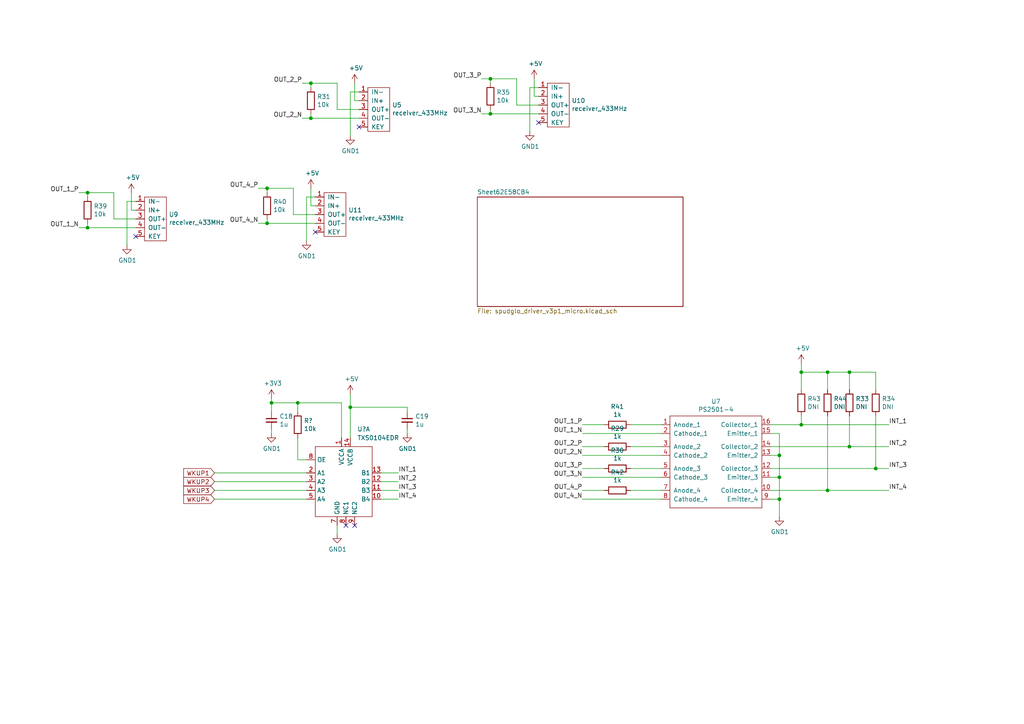
<source format=kicad_sch>
(kicad_sch (version 20211123) (generator eeschema)
  (paper "A4")
  (lib_symbols
    (symbol "Device:C_Small" (pin_numbers hide) (pin_names (offset 0.254) hide)
      (property "Reference" "C" (at 0.254 1.778 0))
      (property "Value" "C_Small" (at 0.254 -2.032 0))
      (symbol "C_Small_0_1"
        (polyline (pts (xy -1.524 -0.508) (xy 1.524 -0.508)) (stroke (width 0.3302)))
        (polyline (pts (xy -1.524 0.508) (xy 1.524 0.508)) (stroke (width 0.3048)))
      )
      (symbol "C_Small_1_1"
        (pin passive line (at 0 2.54 270) (length 2.032) (name "~") (number "1"))
        (pin passive line (at 0 -2.54 90) (length 2.032) (name "~") (number "2"))
      )
    )
    (symbol "Device:R" (pin_numbers hide) (pin_names (offset 0))
      (property "Reference" "R" (at 2.032 0 90))
      (property "Value" "R" (at 0 0 90))
      (symbol "R_0_1"
        (rectangle (start -1.016 -2.54) (end 1.016 2.54) (stroke (width 0.254)))
      )
      (symbol "R_1_1"
        (pin passive line (at 0 3.81 270) (length 1.27) (name "~") (number "1"))
        (pin passive line (at 0 -3.81 90) (length 1.27) (name "~") (number "2"))
      )
    )
    (symbol "power:+5V" (power) (pin_names (offset 0))
      (property "Value" "+5V" (at 0 3.556 0))
      (symbol "+5V_0_1"
        (polyline (pts (xy -0.762 1.27) (xy 0 2.54)))
        (polyline (pts (xy 0 0) (xy 0 2.54)))
        (polyline (pts (xy 0 2.54) (xy 0.762 1.27)))
      )
      (symbol "+5V_1_1"
        (pin power_in line (at 0 0 90) (length 0) hide (name "+5V") (number "1"))
      )
    )
    (symbol "power:GND1" (power) (pin_names (offset 0))
      (property "Value" "GND1" (at 0 -3.81 0))
      (symbol "GND1_0_1"
        (polyline (pts (xy 0 0) (xy 0 -1.27) (xy 1.27 -1.27) (xy 0 -2.54) (xy -1.27 -1.27) (xy 0 -1.27)))
      )
      (symbol "GND1_1_1"
        (pin power_in line (at 0 0 270) (length 0) hide (name "GND1") (number "1"))
      )
    )
    (symbol "spudglo_driver_v3p1-rescue:+3.3V-power" (power) (pin_names (offset 0))
      (property "Value" "+3.3V-power" (at 0 3.556 0))
      (symbol "+3.3V-power_0_1"
        (polyline (pts (xy -0.762 1.27) (xy 0 2.54)))
        (polyline (pts (xy 0 0) (xy 0 2.54)))
        (polyline (pts (xy 0 2.54) (xy 0.762 1.27)))
      )
      (symbol "+3.3V-power_1_1"
        (pin power_in line (at 0 0 90) (length 0) hide (name "+3V3") (number "1"))
      )
    )
    (symbol "spudglo_driver_v3p1-rescue:PS2501-4-srw_custom" (pin_names (offset 1.016))
      (property "Reference" "U" (at 0 0 0))
      (property "Value" "PS2501-4-srw_custom" (at 1.27 -31.75 0))
      (symbol "PS2501-4-srw_custom_0_1"
        (rectangle (start 0 -2.54) (end 26.67 -29.21))
      )
      (symbol "PS2501-4-srw_custom_1_1"
        (pin input line (at -2.54 -5.08 0) (length 2.54) (name "Anode_1") (number "1"))
        (pin input line (at 29.21 -24.13 180) (length 2.54) (name "Collector_4") (number "10"))
        (pin input line (at 29.21 -20.32 180) (length 2.54) (name "Emitter_3") (number "11"))
        (pin input line (at 29.21 -17.78 180) (length 2.54) (name "Collector_3") (number "12"))
        (pin input line (at 29.21 -13.97 180) (length 2.54) (name "Emitter_2") (number "13"))
        (pin input line (at 29.21 -11.43 180) (length 2.54) (name "Collector_2") (number "14"))
        (pin input line (at 29.21 -7.62 180) (length 2.54) (name "Emitter_1") (number "15"))
        (pin input line (at 29.21 -5.08 180) (length 2.54) (name "Collector_1") (number "16"))
        (pin input line (at -2.54 -7.62 0) (length 2.54) (name "Cathode_1") (number "2"))
        (pin input line (at -2.54 -11.43 0) (length 2.54) (name "Anode_2") (number "3"))
        (pin input line (at -2.54 -13.97 0) (length 2.54) (name "Cathode_2") (number "4"))
        (pin input line (at -2.54 -17.78 0) (length 2.54) (name "Anode_3") (number "5"))
        (pin input line (at -2.54 -20.32 0) (length 2.54) (name "Cathode_3") (number "6"))
        (pin input line (at -2.54 -24.13 0) (length 2.54) (name "Anode_4") (number "7"))
        (pin input line (at -2.54 -26.67 0) (length 2.54) (name "Cathode_4") (number "8"))
        (pin input line (at 29.21 -26.67 180) (length 2.54) (name "Emitter_4") (number "9"))
      )
    )
    (symbol "spudglo_driver_v3p1-rescue:receiver_433MHz-srw_custom" (pin_names (offset 1.016))
      (property "Reference" "U" (at 0 0 0))
      (property "Value" "receiver_433MHz-srw_custom" (at 2.54 -20.32 0))
      (symbol "receiver_433MHz-srw_custom_0_1"
        (rectangle (start 2.54 -2.54) (end 8.89 -15.24))
      )
      (symbol "receiver_433MHz-srw_custom_1_1"
        (pin input line (at 0 -3.81 0) (length 2.54) (name "IN-") (number "1"))
        (pin input line (at 0 -6.35 0) (length 2.54) (name "IN+") (number "2"))
        (pin input line (at 0 -8.89 0) (length 2.54) (name "OUT+") (number "3"))
        (pin input line (at 0 -11.43 0) (length 2.54) (name "OUT-") (number "4"))
        (pin input line (at 0 -13.97 0) (length 2.54) (name "KEY") (number "5"))
      )
    )
    (symbol "srw_custom:TXS0104EDR"
      (property "Reference" "U" (at 1.27 1.27 0))
      (property "Value" "TXS0104EDR" (at 20.32 -22.86 0))
      (symbol "TXS0104EDR_0_1"
        (rectangle (start 0 0) (end 16.51 -20.32))
      )
      (symbol "TXS0104EDR_1_1"
        (pin input line (at 7.62 2.54 270) (length 2.54) (name "VCCA") (number "1"))
        (pin input line (at 19.05 -15.24 180) (length 2.54) (name "B4") (number "10"))
        (pin input line (at 19.05 -12.7 180) (length 2.54) (name "B3") (number "11"))
        (pin input line (at 19.05 -10.16 180) (length 2.54) (name "B2") (number "12"))
        (pin input line (at 19.05 -7.62 180) (length 2.54) (name "B1") (number "13"))
        (pin input line (at 10.16 2.54 270) (length 2.54) (name "VCCB") (number "14"))
        (pin input line (at -2.54 -7.62 0) (length 2.54) (name "A1") (number "2"))
        (pin input line (at -2.54 -10.16 0) (length 2.54) (name "A2") (number "3"))
        (pin input line (at -2.54 -12.7 0) (length 2.54) (name "A3") (number "4"))
        (pin input line (at -2.54 -15.24 0) (length 2.54) (name "A4") (number "5"))
        (pin input line (at 6.35 -22.86 90) (length 2.54) (name "GND") (number "7"))
        (pin input line (at 8.89 -22.86 90) (length 2.54) (name "NC1") (number "8"))
        (pin input line (at -2.54 -3.81 0) (length 2.54) (name "OE") (number "8"))
        (pin input line (at 11.43 -22.86 90) (length 2.54) (name "NC2") (number "9"))
      )
      (symbol "TXS0104EDR_2_1"
        (pin input line (at -2.54 -7.62 0) (length 2.54) (name "A1") (number "1-UB"))
      )
      (symbol "TXS0104EDR_3_1"
        (pin input line (at -2.54 -7.62 0) (length 2.54) (name "A1") (number "1-UC"))
      )
      (symbol "TXS0104EDR_4_1"
        (pin input line (at -2.54 -7.62 0) (length 2.54) (name "A1") (number "1-UD"))
      )
      (symbol "TXS0104EDR_5_1"
        (pin input line (at -2.54 -7.62 0) (length 2.54) (name "A1") (number "1-UE"))
      )
      (symbol "TXS0104EDR_6_1"
        (pin input line (at -2.54 -7.62 0) (length 2.54) (name "A1") (number "1-UF"))
      )
      (symbol "TXS0104EDR_7_1"
        (pin input line (at -2.54 -7.62 0) (length 2.54) (name "A1") (number "1-UG"))
      )
      (symbol "TXS0104EDR_8_1"
        (pin input line (at -2.54 -7.62 0) (length 2.54) (name "A1") (number "1-UH"))
      )
      (symbol "TXS0104EDR_9_1"
        (pin input line (at -2.54 -7.62 0) (length 2.54) (name "A1") (number "1-UI"))
      )
      (symbol "TXS0104EDR_10_1"
        (pin input line (at -2.54 -7.62 0) (length 2.54) (name "A1") (number "1-UJ"))
      )
      (symbol "TXS0104EDR_11_1"
        (pin input line (at -2.54 -7.62 0) (length 2.54) (name "A1") (number "1-UK"))
      )
      (symbol "TXS0104EDR_12_1"
        (pin input line (at -2.54 -7.62 0) (length 2.54) (name "A1") (number "1-UL"))
      )
      (symbol "TXS0104EDR_13_1"
        (pin input line (at -2.54 -7.62 0) (length 2.54) (name "A1") (number "1-UM"))
      )
      (symbol "TXS0104EDR_14_1"
        (pin input line (at -2.54 -7.62 0) (length 2.54) (name "A1") (number "1-UN"))
      )
    )
  )
  (junction (at 246.38 129.54))
  (junction (at 226.06 132.08))
  (junction (at 232.41 107.95))
  (junction (at 25.4 55.88))
  (junction (at 86.36 116.84))
  (junction (at 77.47 64.77))
  (junction (at 142.24 33.02))
  (junction (at 226.06 144.78))
  (junction (at 25.4 66.04))
  (junction (at 240.03 107.95))
  (junction (at 142.24 22.86))
  (junction (at 226.06 138.43))
  (junction (at 77.47 54.61))
  (junction (at 78.74 116.84))
  (junction (at 254 135.89))
  (junction (at 90.17 24.13))
  (junction (at 232.41 123.19))
  (junction (at 90.17 34.29))
  (junction (at 246.38 107.95))
  (junction (at 240.03 142.24))
  (junction (at 101.6 118.11))
  (no_connect (at 39.37 68.58))
  (no_connect (at 156.21 35.56))
  (no_connect (at 100.33 152.4))
  (no_connect (at 102.87 152.4))
  (no_connect (at 104.14 36.83))
  (no_connect (at 91.44 67.31))
  (wire (pts (xy 104.14 26.67) (xy 101.6 26.67)))
  (wire (pts (xy 62.23 142.24) (xy 88.9 142.24)))
  (wire (pts (xy 240.03 120.65) (xy 240.03 142.24)))
  (wire (pts (xy 226.06 132.08) (xy 226.06 125.73)))
  (wire (pts (xy 36.83 58.42) (xy 36.83 71.12)))
  (wire (pts (xy 39.37 63.5) (xy 33.02 63.5)))
  (wire (pts (xy 101.6 26.67) (xy 101.6 39.37)))
  (wire (pts (xy 142.24 22.86) (xy 139.7 22.86)))
  (wire (pts (xy 110.49 142.24) (xy 115.57 142.24)))
  (wire (pts (xy 223.52 135.89) (xy 254 135.89)))
  (wire (pts (xy 38.1 60.96) (xy 38.1 55.88)))
  (wire (pts (xy 246.38 120.65) (xy 246.38 129.54)))
  (wire (pts (xy 142.24 33.02) (xy 142.24 31.75)))
  (wire (pts (xy 78.74 116.84) (xy 78.74 119.38)))
  (wire (pts (xy 154.94 27.94) (xy 154.94 22.86)))
  (wire (pts (xy 226.06 138.43) (xy 226.06 132.08)))
  (wire (pts (xy 25.4 66.04) (xy 25.4 64.77)))
  (wire (pts (xy 254 120.65) (xy 254 135.89)))
  (wire (pts (xy 232.41 123.19) (xy 257.81 123.19)))
  (wire (pts (xy 91.44 62.23) (xy 85.09 62.23)))
  (wire (pts (xy 175.26 129.54) (xy 168.91 129.54)))
  (wire (pts (xy 191.77 132.08) (xy 168.91 132.08)))
  (wire (pts (xy 25.4 55.88) (xy 25.4 57.15)))
  (wire (pts (xy 101.6 118.11) (xy 101.6 127)))
  (wire (pts (xy 90.17 34.29) (xy 90.17 33.02)))
  (wire (pts (xy 246.38 107.95) (xy 254 107.95)))
  (wire (pts (xy 115.57 144.78) (xy 110.49 144.78)))
  (wire (pts (xy 153.67 25.4) (xy 153.67 38.1)))
  (wire (pts (xy 223.52 129.54) (xy 246.38 129.54)))
  (wire (pts (xy 110.49 139.7) (xy 115.57 139.7)))
  (wire (pts (xy 39.37 66.04) (xy 25.4 66.04)))
  (wire (pts (xy 232.41 107.95) (xy 240.03 107.95)))
  (wire (pts (xy 175.26 142.24) (xy 168.91 142.24)))
  (wire (pts (xy 139.7 33.02) (xy 142.24 33.02)))
  (wire (pts (xy 91.44 57.15) (xy 88.9 57.15)))
  (wire (pts (xy 191.77 142.24) (xy 182.88 142.24)))
  (wire (pts (xy 77.47 54.61) (xy 77.47 55.88)))
  (wire (pts (xy 91.44 59.69) (xy 90.17 59.69)))
  (wire (pts (xy 191.77 135.89) (xy 182.88 135.89)))
  (wire (pts (xy 240.03 113.03) (xy 240.03 107.95)))
  (wire (pts (xy 191.77 125.73) (xy 168.91 125.73)))
  (wire (pts (xy 223.52 123.19) (xy 232.41 123.19)))
  (wire (pts (xy 85.09 54.61) (xy 77.47 54.61)))
  (wire (pts (xy 156.21 27.94) (xy 154.94 27.94)))
  (wire (pts (xy 226.06 144.78) (xy 226.06 149.86)))
  (wire (pts (xy 77.47 54.61) (xy 74.93 54.61)))
  (wire (pts (xy 175.26 135.89) (xy 168.91 135.89)))
  (wire (pts (xy 97.79 31.75) (xy 97.79 24.13)))
  (wire (pts (xy 254 135.89) (xy 257.81 135.89)))
  (wire (pts (xy 85.09 62.23) (xy 85.09 54.61)))
  (wire (pts (xy 223.52 144.78) (xy 226.06 144.78)))
  (wire (pts (xy 62.23 144.78) (xy 88.9 144.78)))
  (wire (pts (xy 104.14 31.75) (xy 97.79 31.75)))
  (wire (pts (xy 110.49 137.16) (xy 115.57 137.16)))
  (wire (pts (xy 240.03 142.24) (xy 257.81 142.24)))
  (wire (pts (xy 240.03 107.95) (xy 246.38 107.95)))
  (wire (pts (xy 39.37 58.42) (xy 36.83 58.42)))
  (wire (pts (xy 97.79 24.13) (xy 90.17 24.13)))
  (wire (pts (xy 149.86 22.86) (xy 142.24 22.86)))
  (wire (pts (xy 99.06 127) (xy 99.06 116.84)))
  (wire (pts (xy 33.02 55.88) (xy 25.4 55.88)))
  (wire (pts (xy 25.4 55.88) (xy 22.86 55.88)))
  (wire (pts (xy 118.11 119.38) (xy 118.11 118.11)))
  (wire (pts (xy 91.44 64.77) (xy 77.47 64.77)))
  (wire (pts (xy 246.38 129.54) (xy 257.81 129.54)))
  (wire (pts (xy 142.24 22.86) (xy 142.24 24.13)))
  (wire (pts (xy 88.9 133.35) (xy 86.36 133.35)))
  (wire (pts (xy 175.26 123.19) (xy 168.91 123.19)))
  (wire (pts (xy 191.77 138.43) (xy 168.91 138.43)))
  (wire (pts (xy 90.17 24.13) (xy 87.63 24.13)))
  (wire (pts (xy 74.93 64.77) (xy 77.47 64.77)))
  (wire (pts (xy 39.37 60.96) (xy 38.1 60.96)))
  (wire (pts (xy 101.6 118.11) (xy 118.11 118.11)))
  (wire (pts (xy 97.79 152.4) (xy 97.79 154.94)))
  (wire (pts (xy 156.21 30.48) (xy 149.86 30.48)))
  (wire (pts (xy 101.6 114.3) (xy 101.6 118.11)))
  (wire (pts (xy 226.06 132.08) (xy 223.52 132.08)))
  (wire (pts (xy 78.74 116.84) (xy 86.36 116.84)))
  (wire (pts (xy 254 107.95) (xy 254 113.03)))
  (wire (pts (xy 118.11 125.73) (xy 118.11 124.46)))
  (wire (pts (xy 102.87 29.21) (xy 102.87 24.13)))
  (wire (pts (xy 86.36 133.35) (xy 86.36 127)))
  (wire (pts (xy 156.21 25.4) (xy 153.67 25.4)))
  (wire (pts (xy 78.74 125.73) (xy 78.74 124.46)))
  (wire (pts (xy 87.63 34.29) (xy 90.17 34.29)))
  (wire (pts (xy 86.36 116.84) (xy 99.06 116.84)))
  (wire (pts (xy 226.06 125.73) (xy 223.52 125.73)))
  (wire (pts (xy 77.47 64.77) (xy 77.47 63.5)))
  (wire (pts (xy 182.88 129.54) (xy 191.77 129.54)))
  (wire (pts (xy 232.41 120.65) (xy 232.41 123.19)))
  (wire (pts (xy 226.06 138.43) (xy 226.06 144.78)))
  (wire (pts (xy 90.17 59.69) (xy 90.17 54.61)))
  (wire (pts (xy 86.36 116.84) (xy 86.36 119.38)))
  (wire (pts (xy 232.41 107.95) (xy 232.41 113.03)))
  (wire (pts (xy 246.38 113.03) (xy 246.38 107.95)))
  (wire (pts (xy 88.9 57.15) (xy 88.9 69.85)))
  (wire (pts (xy 149.86 30.48) (xy 149.86 22.86)))
  (wire (pts (xy 156.21 33.02) (xy 142.24 33.02)))
  (wire (pts (xy 22.86 66.04) (xy 25.4 66.04)))
  (wire (pts (xy 90.17 24.13) (xy 90.17 25.4)))
  (wire (pts (xy 223.52 138.43) (xy 226.06 138.43)))
  (wire (pts (xy 104.14 34.29) (xy 90.17 34.29)))
  (wire (pts (xy 62.23 137.16) (xy 88.9 137.16)))
  (wire (pts (xy 78.74 116.84) (xy 78.74 115.57)))
  (wire (pts (xy 191.77 123.19) (xy 182.88 123.19)))
  (wire (pts (xy 232.41 107.95) (xy 232.41 105.41)))
  (wire (pts (xy 223.52 142.24) (xy 240.03 142.24)))
  (wire (pts (xy 33.02 63.5) (xy 33.02 55.88)))
  (wire (pts (xy 62.23 139.7) (xy 88.9 139.7)))
  (wire (pts (xy 191.77 144.78) (xy 168.91 144.78)))
  (wire (pts (xy 104.14 29.21) (xy 102.87 29.21)))
  (label "INT_3" (at 115.57 142.24 0))
  (label "OUT_3_N" (at 168.91 138.43 180))
  (label "INT_1" (at 115.57 137.16 0))
  (label "OUT_1_N" (at 168.91 125.73 180))
  (label "OUT_4_N" (at 74.93 64.77 180))
  (label "OUT_1_P" (at 168.91 123.19 180))
  (label "OUT_2_N" (at 87.63 34.29 180))
  (label "OUT_4_N" (at 168.91 144.78 180))
  (label "INT_4" (at 257.81 142.24 0))
  (label "OUT_1_N" (at 22.86 66.04 180))
  (label "OUT_1_P" (at 22.86 55.88 180))
  (label "INT_4" (at 115.57 144.78 0))
  (label "INT_3" (at 257.81 135.89 0))
  (label "OUT_2_P" (at 87.63 24.13 180))
  (label "OUT_4_P" (at 168.91 142.24 180))
  (label "OUT_2_P" (at 168.91 129.54 180))
  (label "OUT_2_N" (at 168.91 132.08 180))
  (label "INT_2" (at 115.57 139.7 0))
  (label "OUT_3_P" (at 168.91 135.89 180))
  (label "OUT_4_P" (at 74.93 54.61 180))
  (label "OUT_3_P" (at 139.7 22.86 180))
  (label "INT_1" (at 257.81 123.19 0))
  (label "OUT_3_N" (at 139.7 33.02 180))
  (label "INT_2" (at 257.81 129.54 0))
  (global_label "WKUP2" (shape input) (at 62.23 139.7 180) (property "Intersheet References" "${INTERSHEET_REFS}" (effects hide)))
  (global_label "WKUP3" (shape input) (at 62.23 142.24 180) (property "Intersheet References" "${INTERSHEET_REFS}" (effects hide)))
  (global_label "WKUP4" (shape input) (at 62.23 144.78 180) (property "Intersheet References" "${INTERSHEET_REFS}" (effects hide)))
  (global_label "WKUP1" (shape input) (at 62.23 137.16 180) (property "Intersheet References" "${INTERSHEET_REFS}" (effects hide)))
  (symbol (lib_id "spudglo_driver_v3p1-rescue:PS2501-4-srw_custom") (at 194.31 118.11 0) (unit 1)
    (property "Reference" "U7" (at 207.645 116.459 0))
    (property "Value" "PS2501-4" (at 207.645 118.7704 0))
    (property "Footprint" "Package_DIP:DIP-16_W7.62mm_LongPads" (effects hide))
  )
  (symbol (lib_id "Device:R") (at 179.07 129.54 270) (unit 1)
    (property "Reference" "R29" (at 179.07 124.2822 90))
    (property "Value" "1k" (at 179.07 126.5936 90))
    (property "Footprint" "Resistor_SMD:R_0603_1608Metric_Pad1.05x0.95mm_HandSolder" (effects hide))
  )
  (symbol (lib_id "Device:R") (at 179.07 135.89 270) (unit 1)
    (property "Reference" "R30" (at 179.07 130.6322 90))
    (property "Value" "1k" (at 179.07 132.9436 90))
    (property "Footprint" "Resistor_SMD:R_0603_1608Metric_Pad1.05x0.95mm_HandSolder" (effects hide))
  )
  (symbol (lib_id "Device:R") (at 246.38 116.84 0) (unit 1)
    (property "Reference" "R33" (at 248.158 115.6716 0) (effects (justify left)))
    (property "Value" "DNI" (at 248.158 117.983 0) (effects (justify left)))
    (property "Footprint" "Resistor_SMD:R_0603_1608Metric_Pad1.05x0.95mm_HandSolder" (effects hide))
  )
  (symbol (lib_id "Device:R") (at 254 116.84 0) (unit 1)
    (property "Reference" "R34" (at 255.778 115.6716 0) (effects (justify left)))
    (property "Value" "DNI" (at 255.778 117.983 0) (effects (justify left)))
    (property "Footprint" "Resistor_SMD:R_0603_1608Metric_Pad1.05x0.95mm_HandSolder" (effects hide))
  )
  (symbol (lib_id "power:+5V") (at 232.41 105.41 0) (unit 1)
    (property "Reference" "#PWR0115" (effects hide))
    (property "Value" "+5V" (at 232.791 101.0158 0))
  )
  (symbol (lib_id "spudglo_driver_v3p1-rescue:receiver_433MHz-srw_custom") (at 104.14 22.86 0) (unit 1)
    (property "Reference" "U5" (at 113.7412 30.4546 0) (effects (justify left)))
    (property "Value" "receiver_433MHz" (at 113.7412 32.766 0) (effects (justify left)))
    (property "Footprint" "Connector_PinHeader_2.54mm:PinHeader_1x05_P2.54mm_Vertical" (effects hide))
  )
  (symbol (lib_id "power:+5V") (at 102.87 24.13 0) (unit 1)
    (property "Reference" "#PWR0136" (effects hide))
    (property "Value" "+5V" (at 103.251 19.7358 0))
  )
  (symbol (lib_id "Device:R") (at 90.17 29.21 0) (unit 1)
    (property "Reference" "R31" (at 91.948 28.0416 0) (effects (justify left)))
    (property "Value" "10k" (at 91.948 30.353 0) (effects (justify left)))
    (property "Footprint" "Resistor_SMD:R_0603_1608Metric_Pad1.05x0.95mm_HandSolder" (effects hide))
  )
  (symbol (lib_id "spudglo_driver_v3p1-rescue:receiver_433MHz-srw_custom") (at 156.21 21.59 0) (unit 1)
    (property "Reference" "U10" (at 165.8112 29.1846 0) (effects (justify left)))
    (property "Value" "receiver_433MHz" (at 165.8112 31.496 0) (effects (justify left)))
    (property "Footprint" "Connector_PinHeader_2.54mm:PinHeader_1x05_P2.54mm_Vertical" (effects hide))
  )
  (symbol (lib_id "power:+5V") (at 154.94 22.86 0) (unit 1)
    (property "Reference" "#PWR0138" (effects hide))
    (property "Value" "+5V" (at 155.321 18.4658 0))
  )
  (symbol (lib_id "Device:R") (at 142.24 27.94 0) (unit 1)
    (property "Reference" "R35" (at 144.018 26.7716 0) (effects (justify left)))
    (property "Value" "10k" (at 144.018 29.083 0) (effects (justify left)))
    (property "Footprint" "Resistor_SMD:R_0603_1608Metric_Pad1.05x0.95mm_HandSolder" (effects hide))
  )
  (symbol (lib_id "power:+5V") (at 101.6 114.3 0) (unit 1)
    (property "Reference" "#PWR0145" (effects hide))
    (property "Value" "+5V" (at 101.981 109.9058 0))
  )
  (symbol (lib_id "Device:C_Small") (at 118.11 121.92 0) (unit 1)
    (property "Reference" "C19" (at 120.4468 120.7516 0) (effects (justify left)))
    (property "Value" "1u" (at 120.4468 123.063 0) (effects (justify left)))
    (property "Footprint" "Capacitor_SMD:C_0603_1608Metric_Pad1.05x0.95mm_HandSolder" (effects hide))
  )
  (symbol (lib_id "Device:C_Small") (at 78.74 121.92 0) (unit 1)
    (property "Reference" "C18" (at 81.0768 120.7516 0) (effects (justify left)))
    (property "Value" "1u" (at 81.0768 123.063 0) (effects (justify left)))
    (property "Footprint" "Capacitor_SMD:C_0603_1608Metric_Pad1.05x0.95mm_HandSolder" (effects hide))
  )
  (symbol (lib_id "power:GND1") (at 226.06 149.86 0) (unit 1)
    (property "Reference" "#PWR011" (effects hide))
    (property "Value" "GND1" (at 226.187 154.2542 0))
  )
  (symbol (lib_id "power:GND1") (at 118.11 125.73 0) (unit 1)
    (property "Reference" "#PWR010" (effects hide))
    (property "Value" "GND1" (at 118.237 130.1242 0))
  )
  (symbol (lib_id "power:GND1") (at 78.74 125.73 0) (unit 1)
    (property "Reference" "#PWR06" (effects hide))
    (property "Value" "GND1" (at 78.867 130.1242 0))
  )
  (symbol (lib_id "power:GND1") (at 97.79 154.94 0) (unit 1)
    (property "Reference" "#PWR08" (effects hide))
    (property "Value" "GND1" (at 97.917 159.3342 0))
  )
  (symbol (lib_id "power:GND1") (at 101.6 39.37 0) (unit 1)
    (property "Reference" "#PWR09" (effects hide))
    (property "Value" "GND1" (at 101.727 43.7642 0))
  )
  (symbol (lib_id "power:GND1") (at 153.67 38.1 0) (unit 1)
    (property "Reference" "#PWR012" (effects hide))
    (property "Value" "GND1" (at 153.797 42.4942 0))
  )
  (symbol (lib_id "spudglo_driver_v3p1-rescue:+3.3V-power") (at 78.74 115.57 0) (unit 1)
    (property "Reference" "#PWR07" (effects hide))
    (property "Value" "+3.3V" (at 79.121 111.1758 0))
  )
  (symbol (lib_id "spudglo_driver_v3p1-rescue:receiver_433MHz-srw_custom") (at 39.37 54.61 0) (unit 1)
    (property "Reference" "U9" (at 48.9712 62.2046 0) (effects (justify left)))
    (property "Value" "receiver_433MHz" (at 48.9712 64.516 0) (effects (justify left)))
    (property "Footprint" "Connector_PinHeader_2.54mm:PinHeader_1x05_P2.54mm_Vertical" (effects hide))
  )
  (symbol (lib_id "power:+5V") (at 38.1 55.88 0) (unit 1)
    (property "Reference" "#PWR017" (effects hide))
    (property "Value" "+5V" (at 38.481 51.4858 0))
  )
  (symbol (lib_id "Device:R") (at 25.4 60.96 0) (unit 1)
    (property "Reference" "R39" (at 27.178 59.7916 0) (effects (justify left)))
    (property "Value" "10k" (at 27.178 62.103 0) (effects (justify left)))
    (property "Footprint" "Resistor_SMD:R_0603_1608Metric_Pad1.05x0.95mm_HandSolder" (effects hide))
  )
  (symbol (lib_id "spudglo_driver_v3p1-rescue:receiver_433MHz-srw_custom") (at 91.44 53.34 0) (unit 1)
    (property "Reference" "U11" (at 101.0412 60.9346 0) (effects (justify left)))
    (property "Value" "receiver_433MHz" (at 101.0412 63.246 0) (effects (justify left)))
    (property "Footprint" "Connector_PinHeader_2.54mm:PinHeader_1x05_P2.54mm_Vertical" (effects hide))
  )
  (symbol (lib_id "power:+5V") (at 90.17 54.61 0) (unit 1)
    (property "Reference" "#PWR019" (effects hide))
    (property "Value" "+5V" (at 90.551 50.2158 0))
  )
  (symbol (lib_id "Device:R") (at 77.47 59.69 0) (unit 1)
    (property "Reference" "R40" (at 79.248 58.5216 0) (effects (justify left)))
    (property "Value" "10k" (at 79.248 60.833 0) (effects (justify left)))
    (property "Footprint" "Resistor_SMD:R_0603_1608Metric_Pad1.05x0.95mm_HandSolder" (effects hide))
  )
  (symbol (lib_id "power:GND1") (at 36.83 71.12 0) (unit 1)
    (property "Reference" "#PWR016" (effects hide))
    (property "Value" "GND1" (at 36.957 75.5142 0))
  )
  (symbol (lib_id "power:GND1") (at 88.9 69.85 0) (unit 1)
    (property "Reference" "#PWR018" (effects hide))
    (property "Value" "GND1" (at 89.027 74.2442 0))
  )
  (symbol (lib_id "Device:R") (at 179.07 142.24 270) (unit 1)
    (property "Reference" "R42" (at 179.07 136.9822 90))
    (property "Value" "1k" (at 179.07 139.2936 90))
    (property "Footprint" "Resistor_SMD:R_0603_1608Metric_Pad1.05x0.95mm_HandSolder" (effects hide))
  )
  (symbol (lib_id "Device:R") (at 179.07 123.19 270) (unit 1)
    (property "Reference" "R41" (at 179.07 117.9322 90))
    (property "Value" "1k" (at 179.07 120.2436 90))
    (property "Footprint" "Resistor_SMD:R_0603_1608Metric_Pad1.05x0.95mm_HandSolder" (effects hide))
  )
  (symbol (lib_id "Device:R") (at 232.41 116.84 0) (unit 1)
    (property "Reference" "R43" (at 234.188 115.6716 0) (effects (justify left)))
    (property "Value" "DNI" (at 234.188 117.983 0) (effects (justify left)))
    (property "Footprint" "Resistor_SMD:R_0603_1608Metric_Pad1.05x0.95mm_HandSolder" (effects hide))
  )
  (symbol (lib_id "Device:R") (at 240.03 116.84 0) (unit 1)
    (property "Reference" "R44" (at 241.808 115.6716 0) (effects (justify left)))
    (property "Value" "DNI" (at 241.808 117.983 0) (effects (justify left)))
    (property "Footprint" "Resistor_SMD:R_0603_1608Metric_Pad1.05x0.95mm_HandSolder" (effects hide))
  )
  (symbol (lib_id "srw_custom:TXS0104EDR") (at 91.44 129.54 0) (unit 1)
    (property "Reference" "U?" (at 103.6194 124.46 0) (effects (justify left)))
    (property "Value" "TXS0104EDR" (at 103.6194 127 0) (effects (justify left)))
    (property "Footprint" "Package_SO:SOIC-14_3.9x8.7mm_P1.27mm" (effects hide))
  )
  (symbol (lib_id "Device:R") (at 86.36 123.19 0) (unit 1)
    (property "Reference" "R?" (at 88.138 122.0216 0) (effects (justify left)))
    (property "Value" "10k" (at 88.138 124.333 0) (effects (justify left)))
    (property "Footprint" "Resistor_SMD:R_0603_1608Metric_Pad1.05x0.95mm_HandSolder" (effects hide))
  )
  (sheet (at 138.43 57.15) (size 59.69 31.75)
    (property "Sheet name" "Sheet62E58CB4" (at 138.43 56.4384 0) (effects (justify left bottom)))
    (property "Sheet file" "spudglo_driver_v3p1_micro.kicad_sch" (at 138.43 89.4846 0) (effects (justify left top)))
  )
)
</source>
